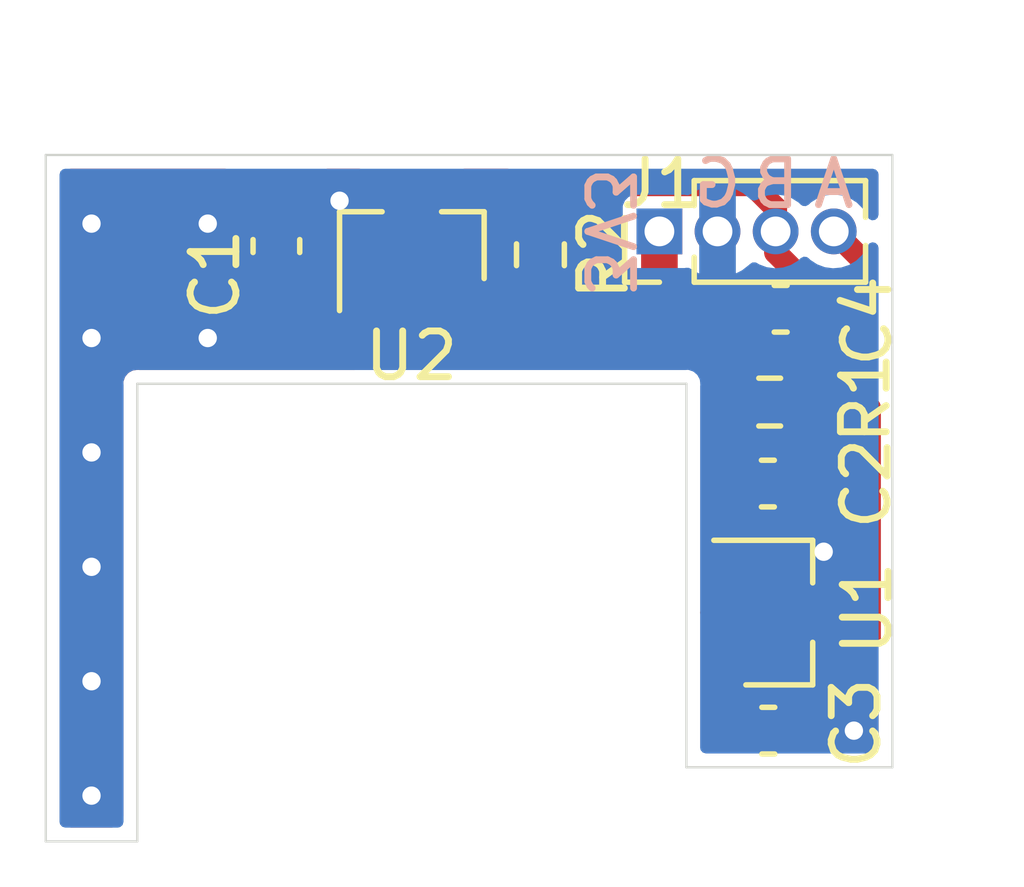
<source format=kicad_pcb>
(kicad_pcb (version 20211014) (generator pcbnew)
  (layers (0 "F.Cu" signal) (31 "B.Cu" signal) (34 "B.Paste" user) (35 "F.Paste" user) (36 "B.SilkS" user "B.Silkscreen") (37 "F.SilkS" user "F.Silkscreen") (38 "B.Mask" user) (39 "F.Mask" user) (44 "Edge.Cuts" user))
  (net 0 "")
  (net 1 "GND")
  (net 2 "+3V3")
  (net 3 "B")
  (net 4 "A")
  (footprint "Capacitor_SMD:C_0603_1608Metric" (layer "F.Cu") (at 147.04 81.99 90)
    (fp_text reference "C1" (at -0.62 -1.34 90) (layer "F.SilkS"))
    (fp_text value "100nF")
    (fp_line (start -0.14058 -0.51) (end 0.14058 -0.51) (layer "F.SilkS") (width 0.12))
    (fp_line (start -0.14058 0.51) (end 0.14058 0.51) (layer "F.SilkS") (width 0.12))
    (pad "1" smd roundrect locked (at -0.775 0 90) (size 0.9 0.95) (layers "F.Cu" "F.Paste" "F.Mask") (net 2 "+3V3"))
    (pad "2" smd roundrect locked (at 0.775 0 90) (size 0.9 0.95) (layers "F.Cu" "F.Paste" "F.Mask") (net 1 "GND"))
  )
  (footprint "Connector_PinHeader_1.27mm:PinHeader_1x04_P1.27mm_Vertical" (layer "F.Cu") (at 155.41 81.67 90)
    (fp_text reference "J1" (at 1.04 0.02 180) (layer "F.SilkS"))
    (fp_text value "OUT")
    (fp_line (start -1.11 -0.76) (end 0 -0.76) (layer "F.SilkS") (width 0.12))
    (fp_line (start 0.563471 0.76) (end 1.11 0.76) (layer "F.SilkS") (width 0.12))
    (fp_line (start -1.11 4.505) (end -0.30753 4.505) (layer "F.SilkS") (width 0.12))
    (fp_line (start -1.11 0) (end -1.11 -0.76) (layer "F.SilkS") (width 0.12))
    (fp_line (start 1.11 0.76) (end 1.11 4.505) (layer "F.SilkS") (width 0.12))
    (fp_line (start 0.30753 4.505) (end 1.11 4.505) (layer "F.SilkS") (width 0.12))
    (fp_line (start -1.11 0.76) (end -0.563471 0.76) (layer "F.SilkS") (width 0.12))
    (fp_line (start -1.11 0.76) (end -1.11 4.505) (layer "F.SilkS") (width 0.12))
    (pad "1" thru_hole rect locked (at 0 0 90) (size 1 1) (drill 0.65) (layers *.Cu *.Mask) (net 2 "+3V3"))
    (pad "2" thru_hole oval locked (at 0 1.27 90) (size 1 1) (drill 0.65) (layers *.Cu *.Mask) (net 1 "GND"))
    (pad "3" thru_hole oval locked (at 0 2.54 90) (size 1 1) (drill 0.65) (layers *.Cu *.Mask) (net 3 "B"))
    (pad "4" thru_hole oval locked (at 0 3.81 90) (size 1 1) (drill 0.65) (layers *.Cu *.Mask) (net 4 "A"))
  )
  (footprint "Resistor_SMD:R_0603_1608Metric" (layer "F.Cu") (at 157.82 85.4)
    (fp_text reference "R1" (at 2.09 -0.09 90) (layer "F.SilkS"))
    (fp_text value "10k")
    (fp_line (start -0.237258 0.5225) (end 0.237258 0.5225) (layer "F.SilkS") (width 0.12))
    (fp_line (start -0.237258 -0.5225) (end 0.237258 -0.5225) (layer "F.SilkS") (width 0.12))
    (pad "1" smd roundrect locked (at -0.825 0) (size 0.8 0.95) (layers "F.Cu" "F.Paste" "F.Mask") (net 2 "+3V3"))
    (pad "2" smd roundrect locked (at 0.825 0) (size 0.8 0.95) (layers "F.Cu" "F.Paste" "F.Mask") (net 4 "A"))
  )
  (footprint "Resistor_SMD:R_0603_1608Metric" (layer "F.Cu") (at 152.81 82.18 90)
    (fp_text reference "R2" (at 0.01 1.38 90) (layer "F.SilkS"))
    (fp_text value "10k")
    (fp_line (start -0.237258 -0.5225) (end 0.237258 -0.5225) (layer "F.SilkS") (width 0.12))
    (fp_line (start -0.237258 0.5225) (end 0.237258 0.5225) (layer "F.SilkS") (width 0.12))
    (pad "1" smd roundrect locked (at -0.825 0 90) (size 0.8 0.95) (layers "F.Cu" "F.Paste" "F.Mask") (net 2 "+3V3"))
    (pad "2" smd roundrect locked (at 0.825 0 90) (size 0.8 0.95) (layers "F.Cu" "F.Paste" "F.Mask") (net 3 "B"))
  )
  (footprint "Package_TO_SOT_SMD:SOT-23" (layer "F.Cu") (at 158 90)
    (fp_text reference "U1" (at 1.95 -0.09 90) (layer "F.SilkS"))
    (fp_text value "MT1401AT-EN")
    (fp_line (start 0.76 1.58) (end 0.76 0.65) (layer "F.SilkS") (width 0.12))
    (fp_line (start 0.76 -1.58) (end -1.4 -1.58) (layer "F.SilkS") (width 0.12))
    (fp_line (start 0.76 -1.58) (end 0.76 -0.65) (layer "F.SilkS") (width 0.12))
    (fp_line (start 0.76 1.58) (end -0.7 1.58) (layer "F.SilkS") (width 0.12))
    (pad "1" smd rect locked (at -1 -0.95) (size 0.9 0.8) (layers "F.Cu" "F.Paste" "F.Mask") (net 2 "+3V3"))
    (pad "2" smd rect locked (at -1 0.95) (size 0.9 0.8) (layers "F.Cu" "F.Paste" "F.Mask") (net 4 "A"))
    (pad "3" smd rect locked (at 1 0) (size 0.9 0.8) (layers "F.Cu" "F.Paste" "F.Mask") (net 1 "GND"))
  )
  (footprint "Package_TO_SOT_SMD:SOT-23" (layer "F.Cu") (at 150 82 90)
    (fp_text reference "U2" (at -2.39 -0.01 180) (layer "F.SilkS"))
    (fp_text value "MT1401AT-EN")
    (fp_line (start 0.76 -1.58) (end -1.4 -1.58) (layer "F.SilkS") (width 0.12))
    (fp_line (start 0.76 1.58) (end -0.7 1.58) (layer "F.SilkS") (width 0.12))
    (fp_line (start 0.76 -1.58) (end 0.76 -0.65) (layer "F.SilkS") (width 0.12))
    (fp_line (start 0.76 1.58) (end 0.76 0.65) (layer "F.SilkS") (width 0.12))
    (pad "1" smd rect locked (at -1 -0.95 90) (size 0.9 0.8) (layers "F.Cu" "F.Paste" "F.Mask") (net 2 "+3V3"))
    (pad "2" smd rect locked (at -1 0.95 90) (size 0.9 0.8) (layers "F.Cu" "F.Paste" "F.Mask") (net 3 "B"))
    (pad "3" smd rect locked (at 1 0 90) (size 0.9 0.8) (layers "F.Cu" "F.Paste" "F.Mask") (net 1 "GND"))
  )
  (footprint "Capacitor_SMD:C_0603_1608Metric" (layer "F.Cu") (at 157.78 87.18)
    (fp_text reference "C2" (at 2.15 0 90) (layer "F.SilkS"))
    (fp_text value "100nF")
    (fp_line (start -0.14058 0.51) (end 0.14058 0.51) (layer "F.SilkS") (width 0.12))
    (fp_line (start -0.14058 -0.51) (end 0.14058 -0.51) (layer "F.SilkS") (width 0.12))
    (pad "1" smd roundrect locked (at -0.775 0) (size 0.9 0.95) (layers "F.Cu" "F.Paste" "F.Mask") (net 2 "+3V3"))
    (pad "2" smd roundrect locked (at 0.775 0) (size 0.9 0.95) (layers "F.Cu" "F.Paste" "F.Mask") (net 1 "GND"))
  )
  (footprint "Capacitor_SMD:C_0603_1608Metric" (layer "F.Cu") (at 158.06 83.36 180)
    (fp_text reference "C4" (at -1.89 -0.27 90) (layer "F.SilkS"))
    (fp_text value "1nF")
    (fp_line (start -0.14058 -0.51) (end 0.14058 -0.51) (layer "F.SilkS") (width 0.12))
    (fp_line (start -0.14058 0.51) (end 0.14058 0.51) (layer "F.SilkS") (width 0.12))
    (pad "1" smd roundrect (at -0.775 0 180) (size 0.9 0.95) (layers "F.Cu" "F.Paste" "F.Mask") (net 3 "B"))
    (pad "2" smd roundrect (at 0.775 0 180) (size 0.9 0.95) (layers "F.Cu" "F.Paste" "F.Mask") (net 1 "GND"))
  )
  (footprint "Capacitor_SMD:C_0603_1608Metric" (layer "F.Cu") (at 157.79 92.58)
    (fp_text reference "C3" (at 1.92 -0.16 90) (layer "F.SilkS"))
    (fp_text value "1nF")
    (fp_line (start -0.14058 0.51) (end 0.14058 0.51) (layer "F.SilkS") (width 0.12))
    (fp_line (start -0.14058 -0.51) (end 0.14058 -0.51) (layer "F.SilkS") (width 0.12))
    (pad "1" smd roundrect (at -0.775 0) (size 0.9 0.95) (layers "F.Cu" "F.Paste" "F.Mask") (net 4 "A"))
    (pad "2" smd roundrect (at 0.775 0) (size 0.9 0.95) (layers "F.Cu" "F.Paste" "F.Mask") (net 1 "GND"))
  )
  (gr_line (start 160.5 93.38) (end 156 93.38) (layer "Edge.Cuts") (width 0.05))
  (gr_line (start 144 85) (end 156 85) (layer "Edge.Cuts") (width 0.05))
  (gr_line (start 142 95) (end 142 80) (layer "Edge.Cuts") (width 0.05))
  (gr_line (start 144 95) (end 144 85) (layer "Edge.Cuts") (width 0.05))
  (gr_line (start 156 85) (end 156 93.38) (layer "Edge.Cuts") (width 0.05))
  (gr_line (start 144 95) (end 142 95) (layer "Edge.Cuts") (width 0.05))
  (gr_line (start 160.5 80) (end 160.5 93.38) (layer "Edge.Cuts") (width 0.05))
  (gr_line (start 142 80) (end 160.5 80) (layer "Edge.Cuts") (width 0.05))
  (gr_text "3V3" (at 154.3 81.67 -90) (layer "B.SilkS") (effects (font (size 1 1)) (justify mirror)))
  (gr_text "G" (at 156.68 80.62) (layer "B.SilkS") (effects (font (size 1 1)) (justify mirror)))
  (gr_text "B" (at 157.95 80.63) (layer "B.SilkS") (effects (font (size 1 1)) (justify mirror)))
  (gr_text "A" (at 159.22 80.63) (layer "B.SilkS") (effects (font (size 1 1)) (justify mirror)))
  (segment (start 148.42 81) (end 150 81) (width 0.8) (layer "F.Cu") (net 1))
  (segment (start 159 88.67) (end 159 87.625) (width 0.8) (layer "F.Cu") (net 1))
  (segment (start 159 90) (end 159 88.67) (width 0.8) (layer "F.Cu") (net 1))
  (segment (start 156.68 81.67) (end 156.68 82.755) (width 0.5) (layer "F.Cu") (net 1))
  (segment (start 158.565 92.58) (end 159.66 92.58) (width 0.5) (layer "F.Cu") (net 1))
  (segment (start 147.04 81.215) (end 147.04 81.17) (width 0.8) (layer "F.Cu") (net 1))
  (segment (start 147.21 81) (end 148.42 81) (width 0.8) (layer "F.Cu") (net 1))
  (segment (start 147.04 81.17) (end 147.21 81) (width 0.8) (layer "F.Cu") (net 1))
  (segment (start 156.68 82.755) (end 157.285 83.36) (width 0.5) (layer "F.Cu") (net 1))
  (segment (start 159 87.625) (end 158.555 87.18) (width 0.8) (layer "F.Cu") (net 1))
  (via (at 143 91.5) (size 0.8) (drill 0.4) (layers "F.Cu" "B.Cu") (net 1))
  (via (at 143 89) (size 0.8) (drill 0.4) (layers "F.Cu" "B.Cu") (net 1))
  (via (at 143 86.5) (size 0.8) (drill 0.4) (layers "F.Cu" "B.Cu") (net 1))
  (via (at 143 84) (size 0.8) (drill 0.4) (layers "F.Cu" "B.Cu") (net 1))
  (via (at 145.54 84) (size 0.8) (drill 0.4) (layers "F.Cu" "B.Cu") (net 1))
  (via (at 143 81.5) (size 0.8) (drill 0.4) (layers "F.Cu" "B.Cu") (net 1))
  (via (at 145.54 81.5) (size 0.8) (drill 0.4) (layers "F.Cu" "B.Cu") (net 1))
  (via (at 159.66 92.58) (size 0.8) (drill 0.4) (layers "F.Cu" "B.Cu") (net 1))
  (via (at 148.42 81) (size 0.8) (drill 0.4) (layers "F.Cu" "B.Cu") (net 1))
  (via (at 143 94) (size 0.8) (drill 0.4) (layers "F.Cu" "B.Cu") (net 1))
  (via (at 159 88.67) (size 0.8) (drill 0.4) (layers "F.Cu" "B.Cu") (net 1))
  (segment (start 157.005 89.045) (end 157 89.05) (width 0.8) (layer "F.Cu") (net 2))
  (segment (start 149.05 83) (end 149.05 83.41) (width 0.8) (layer "F.Cu") (net 2))
  (segment (start 147.275 83) (end 147.04 82.765) (width 0.8) (layer "F.Cu") (net 2))
  (segment (start 157.005 87.18) (end 157.005 89.045) (width 0.8) (layer "F.Cu") (net 2))
  (segment (start 149.05 83.41) (end 149.79 84.15) (width 0.8) (layer "F.Cu") (net 2))
  (segment (start 156.33 84.15) (end 156.995 84.815) (width 0.8) (layer "F.Cu") (net 2))
  (segment (start 152.95 84.15) (end 155.63 84.15) (width 0.8) (layer "F.Cu") (net 2))
  (segment (start 149.79 84.15) (end 152.95 84.15) (width 0.8) (layer "F.Cu") (net 2))
  (segment (start 152.81 84.01) (end 152.95 84.15) (width 0.8) (layer "F.Cu") (net 2))
  (segment (start 156.995 85.4) (end 156.995 87.17) (width 0.8) (layer "F.Cu") (net 2))
  (segment (start 149.05 83) (end 147.275 83) (width 0.8) (layer "F.Cu") (net 2))
  (segment (start 155.41 81.67) (end 155.41 83.93) (width 0.8) (layer "F.Cu") (net 2))
  (segment (start 155.63 84.15) (end 156.33 84.15) (width 0.8) (layer "F.Cu") (net 2))
  (segment (start 156.995 84.815) (end 156.995 85.4) (width 0.8) (layer "F.Cu") (net 2))
  (segment (start 156.995 87.17) (end 157.005 87.18) (width 0.8) (layer "F.Cu") (net 2))
  (segment (start 155.41 83.93) (end 155.63 84.15) (width 0.8) (layer "F.Cu") (net 2))
  (segment (start 152.81 83.005) (end 152.81 84.01) (width 0.8) (layer "F.Cu") (net 2))
  (segment (start 157.95 81.16) (end 157.44 80.65) (width 0.5) (layer "F.Cu") (net 3))
  (segment (start 153.515 80.65) (end 152.81 81.355) (width 0.5) (layer "F.Cu") (net 3))
  (segment (start 157.95 81.67) (end 157.95 82.13) (width 0.5) (layer "F.Cu") (net 3))
  (segment (start 157.95 81.67) (end 157.95 81.16) (width 0.5) (layer "F.Cu") (net 3))
  (segment (start 150.95 82.58) (end 152.175 81.355) (width 0.5) (layer "F.Cu") (net 3))
  (segment (start 157.95 82.13) (end 158.835 83.015) (width 0.5) (layer "F.Cu") (net 3))
  (segment (start 158.835 83.015) (end 158.835 83.36) (width 0.5) (layer "F.Cu") (net 3))
  (segment (start 157.44 80.65) (end 153.515 80.65) (width 0.5) (layer "F.Cu") (net 3))
  (segment (start 150.95 83) (end 150.95 82.58) (width 0.5) (layer "F.Cu") (net 3))
  (segment (start 152.175 81.355) (end 152.81 81.355) (width 0.5) (layer "F.Cu") (net 3))
  (segment (start 159.87 85.4) (end 159.900001 85.430001) (width 0.5) (layer "F.Cu") (net 4))
  (segment (start 159.900001 82.350001) (end 159.22 81.67) (width 0.5) (layer "F.Cu") (net 4))
  (segment (start 158.645 85.4) (end 159.87 85.4) (width 0.5) (layer "F.Cu") (net 4))
  (segment (start 157 90.95) (end 157 92.565) (width 0.5) (layer "F.Cu") (net 4))
  (segment (start 157.19 91.14) (end 157 90.95) (width 0.5) (layer "F.Cu") (net 4))
  (segment (start 157 92.565) (end 157.015 92.58) (width 0.5) (layer "F.Cu") (net 4))
  (segment (start 159.900001 85.430001) (end 160 85.53) (width 0.5) (layer "F.Cu") (net 4))
  (segment (start 159.45 91.14) (end 157.19 91.14) (width 0.5) (layer "F.Cu") (net 4))
  (segment (start 160 90.59) (end 159.45 91.14) (width 0.5) (layer "F.Cu") (net 4))
  (segment (start 159.900001 85.430001) (end 159.900001 82.350001) (width 0.5) (layer "F.Cu") (net 4))
  (segment (start 160 85.53) (end 160 90.59) (width 0.5) (layer "F.Cu") (net 4))
  (zone (net 1) (net_name "GND") (layer "F.Cu") (connect_pads (clearance 0.3)) (min_thickness 0.5) (fill yes (thermal_gap 0.5) (thermal_bridge_width 0.8))
    (polygon (pts (xy 162 96) (xy 141 96) (xy 141 78) (xy 162 78)))
  )
  (zone (net 1) (net_name "GND") (layer "B.Cu") (connect_pads (clearance 0.3)) (min_thickness 0.254) (fill yes (thermal_gap 0.5) (thermal_bridge_width 0.8))
    (polygon (pts (xy 161 95) (xy 142 95) (xy 142 79) (xy 161 79)))
  )
)
</source>
